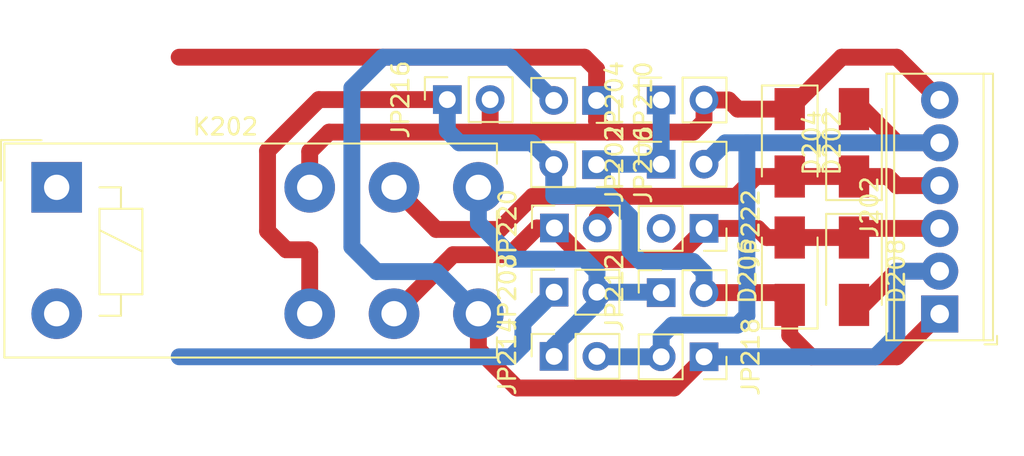
<source format=kicad_pcb>
(kicad_pcb (version 20211014) (generator pcbnew)
  (layers (0 "F.Cu" signal) (31 "B.Cu" signal) (34 "B.Paste" user) (35 "F.Paste" user) (36 "B.SilkS" user "B.Silkscreen") (37 "F.SilkS" user "F.Silkscreen") (38 "B.Mask" user) (39 "F.Mask" user) (44 "Edge.Cuts" user))
  (net 0 "")
  (net 1 "/2Relais1/K2nc1")
  (net 2 "/2Relais1/K2com1")
  (net 3 "/2Relais1/Conn2_5")
  (net 4 "/2Relais1/K2no2")
  (net 5 "/2Relais1/K1K2")
  (net 6 "/2Relais1/B")
  (net 7 "/2Relais1/A")
  (net 8 "/2Relais1/K2no1")
  (net 9 "/2Relais1/12V")
  (net 10 "/2Relais1/Relais2")
  (net 11 "/2Relais1/K2nc2")
  (net 12 "/2Relais1/K2com2")
  (footprint "Connector_PinSocket_2.54mm:PinSocket_1x02_P2.54mm_Vertical" (layer "F.Cu") (at 189.23 29.21 90)
    (fp_text reference "JP202" (at 0 -2.77 90) (layer "F.SilkS"))
    (fp_text value "Jumper_2_Open")
    (fp_line (start -1.33 1.27) (end -1.33 3.87) (layer "F.SilkS") (width 0.12))
    (fp_line (start 0 -1.33) (end 1.33 -1.33) (layer "F.SilkS") (width 0.12))
    (fp_line (start -1.33 1.27) (end 1.33 1.27) (layer "F.SilkS") (width 0.12))
    (fp_line (start -1.33 3.87) (end 1.33 3.87) (layer "F.SilkS") (width 0.12))
    (fp_line (start 1.33 1.27) (end 1.33 3.87) (layer "F.SilkS") (width 0.12))
    (fp_line (start 1.33 -1.33) (end 1.33 0) (layer "F.SilkS") (width 0.12))
    (pad "1" thru_hole rect (at 0 0 90) (size 1.7 1.7) (drill 1) (layers *.Cu *.Mask) (net 6 "/2Relais1/B"))
    (pad "2" thru_hole oval (at 0 2.54 90) (size 1.7 1.7) (drill 1) (layers *.Cu *.Mask) (net 3 "/2Relais1/Conn2_5"))
  )
  (footprint "Relay_THT:Relay_DPDT_Finder_40.52" (layer "F.Cu") (at 153.3925 30.5825)
    (fp_text reference "K202" (at 10 -3.6) (layer "F.SilkS"))
    (fp_text value "FINDER-40.52")
    (fp_line (start 26.1 8.9) (end 26.1 10.1) (layer "F.SilkS") (width 0.12))
    (fp_line (start 2.54 1.27) (end 3.81 1.27) (layer "F.SilkS") (width 0.12))
    (fp_line (start 5.08 6.35) (end 2.54 6.35) (layer "F.SilkS") (width 0.12))
    (fp_line (start 3.81 6.35) (end 3.81 7.62) (layer "F.SilkS") (width 0.12))
    (fp_line (start -3.3 -0.4) (end -3.3 -2.8) (layer "F.SilkS") (width 0.12))
    (fp_line (start 26.1 1.4) (end 26.1 6.1) (layer "F.SilkS") (width 0.12))
    (fp_line (start 26.1 10.1) (end -3.1 10.1) (layer "F.SilkS") (width 0.12))
    (fp_line (start 5.08 1.27) (end 5.08 6.35) (layer "F.SilkS") (width 0.12))
    (fp_line (start 2.54 2.54) (end 5.08 3.81) (layer "F.SilkS") (width 0.12))
    (fp_line (start -0.9 -2.8) (end -3.3 -2.8) (layer "F.SilkS") (width 0.12))
    (fp_line (start 3.81 0) (end 3.81 1.27) (layer "F.SilkS") (width 0.12))
    (fp_line (start 3.81 7.62) (end 2.54 7.62) (layer "F.SilkS") (width 0.12))
    (fp_line (start 2.54 6.35) (end 2.54 1.27) (layer "F.SilkS") (width 0.12))
    (fp_line (start 2.54 0) (end 3.81 0) (layer "F.SilkS") (width 0.12))
    (fp_line (start -3.1 -2.6) (end 26.1 -2.6) (layer "F.SilkS") (width 0.12))
    (fp_line (start 3.81 1.27) (end 5.08 1.27) (layer "F.SilkS") (width 0.12))
    (fp_line (start -3.1 10.1) (end -3.1 -2.6) (layer "F.SilkS") (width 0.12))
    (fp_line (start 26.1 -2.6) (end 26.1 -1.4) (layer "F.SilkS") (width 0.12))
    (pad "11" thru_hole circle (at 20 0) (size 3 3) (drill 1.5) (layers *.Cu *.Mask) (net 2 "/2Relais1/K2com1"))
    (pad "12" thru_hole circle (at 15 0) (size 3 3) (drill 1.5) (layers *.Cu *.Mask) (net 1 "/2Relais1/K2nc1"))
    (pad "14" thru_hole circle (at 25 0) (size 3 3) (drill 1.5) (layers *.Cu *.Mask) (net 8 "/2Relais1/K2no1"))
    (pad "21" thru_hole circle (at 20 7.5) (size 3 3) (drill 1.5) (layers *.Cu *.Mask) (net 12 "/2Relais1/K2com2"))
    (pad "22" thru_hole circle (at 15 7.5) (size 3 3) (drill 1.5) (layers *.Cu *.Mask) (net 11 "/2Relais1/K2nc2"))
    (pad "24" thru_hole circle (at 25 7.5) (size 3 3) (drill 1.5) (layers *.Cu *.Mask) (net 4 "/2Relais1/K2no2"))
    (pad "A1" thru_hole rect (at 0 0) (size 3 3) (drill 1.5) (layers *.Cu *.Mask) (net 9 "/2Relais1/12V"))
    (pad "A2" thru_hole circle (at 0 7.5) (size 3 3) (drill 1.5) (layers *.Cu *.Mask) (net 10 "/2Relais1/Relais2"))
  )
  (footprint "Connector_PinSocket_2.54mm:PinSocket_1x02_P2.54mm_Vertical" (layer "F.Cu") (at 182.88 40.615 90)
    (fp_text reference "JP214" (at 0 -2.77 90) (layer "F.SilkS"))
    (fp_text value "Jumper_2_Open")
    (fp_line (start -1.33 1.27) (end 1.33 1.27) (layer "F.SilkS") (width 0.12))
    (fp_line (start 0 -1.33) (end 1.33 -1.33) (layer "F.SilkS") (width 0.12))
    (fp_line (start 1.33 -1.33) (end 1.33 0) (layer "F.SilkS") (width 0.12))
    (fp_line (start 1.33 1.27) (end 1.33 3.87) (layer "F.SilkS") (width 0.12))
    (fp_line (start -1.33 1.27) (end -1.33 3.87) (layer "F.SilkS") (width 0.12))
    (fp_line (start -1.33 3.87) (end 1.33 3.87) (layer "F.SilkS") (width 0.12))
    (pad "1" thru_hole rect (at 0 0 90) (size 1.7 1.7) (drill 1) (layers *.Cu *.Mask) (net 8 "/2Relais1/K2no1"))
    (pad "2" thru_hole oval (at 0 2.54 90) (size 1.7 1.7) (drill 1) (layers *.Cu *.Mask) (net 3 "/2Relais1/Conn2_5"))
  )
  (footprint "Connector_PinSocket_2.54mm:PinSocket_1x02_P2.54mm_Vertical" (layer "F.Cu") (at 185.4 25.425 -90)
    (fp_text reference "JP210" (at 0 -2.77 90) (layer "F.SilkS"))
    (fp_text value "Jumper_2_Open")
    (fp_line (start -1.33 1.27) (end -1.33 3.87) (layer "F.SilkS") (width 0.12))
    (fp_line (start 1.33 1.27) (end 1.33 3.87) (layer "F.SilkS") (width 0.12))
    (fp_line (start -1.33 3.87) (end 1.33 3.87) (layer "F.SilkS") (width 0.12))
    (fp_line (start 0 -1.33) (end 1.33 -1.33) (layer "F.SilkS") (width 0.12))
    (fp_line (start -1.33 1.27) (end 1.33 1.27) (layer "F.SilkS") (width 0.12))
    (fp_line (start 1.33 -1.33) (end 1.33 0) (layer "F.SilkS") (width 0.12))
    (pad "1" thru_hole rect (at 0 0 270) (size 1.7 1.7) (drill 1) (layers *.Cu *.Mask) (net 1 "/2Relais1/K2nc1"))
    (pad "2" thru_hole oval (at 0 2.54 270) (size 1.7 1.7) (drill 1) (layers *.Cu *.Mask) (net 4 "/2Relais1/K2no2"))
  )
  (footprint "Diode_SMD:D_SMA" (layer "F.Cu") (at 200.66 35.56 -90)
    (fp_text reference "D208" (at 0 -2.5 90) (layer "F.SilkS"))
    (fp_text value "B150-E3")
    (fp_line (start -3.4 -1.65) (end 2 -1.65) (layer "F.SilkS") (width 0.12))
    (fp_line (start -3.4 -1.65) (end -3.4 1.65) (layer "F.SilkS") (width 0.12))
    (fp_line (start -3.4 1.65) (end 2 1.65) (layer "F.SilkS") (width 0.12))
    (pad "1" smd rect (at -2 0 270) (size 2.5 1.8) (layers "F.Cu" "F.Paste" "F.Mask") (net 12 "/2Relais1/K2com2"))
    (pad "2" smd rect (at 2 0 270) (size 2.5 1.8) (layers "F.Cu" "F.Paste" "F.Mask") (net 4 "/2Relais1/K2no2"))
  )
  (footprint "Connector_PinSocket_2.54mm:PinSocket_1x02_P2.54mm_Vertical" (layer "F.Cu") (at 191.77 40.64 -90)
    (fp_text reference "JP218" (at 0 -2.77 90) (layer "F.SilkS"))
    (fp_text value "Jumper_2_Open")
    (fp_line (start -1.33 1.27) (end -1.33 3.87) (layer "F.SilkS") (width 0.12))
    (fp_line (start 1.33 -1.33) (end 1.33 0) (layer "F.SilkS") (width 0.12))
    (fp_line (start 0 -1.33) (end 1.33 -1.33) (layer "F.SilkS") (width 0.12))
    (fp_line (start -1.33 3.87) (end 1.33 3.87) (layer "F.SilkS") (width 0.12))
    (fp_line (start 1.33 1.27) (end 1.33 3.87) (layer "F.SilkS") (width 0.12))
    (fp_line (start -1.33 1.27) (end 1.33 1.27) (layer "F.SilkS") (width 0.12))
    (pad "1" thru_hole rect (at 0 0 270) (size 1.7 1.7) (drill 1) (layers *.Cu *.Mask) (net 4 "/2Relais1/K2no2"))
    (pad "2" thru_hole oval (at 0 2.54 270) (size 1.7 1.7) (drill 1) (layers *.Cu *.Mask) (net 3 "/2Relais1/Conn2_5"))
  )
  (footprint "Diode_SMD:D_SMA" (layer "F.Cu") (at 196.85 35.56 90)
    (fp_text reference "D206" (at 0 -2.5 90) (layer "F.SilkS"))
    (fp_text value "B150-E3")
    (fp_line (start -3.4 1.65) (end 2 1.65) (layer "F.SilkS") (width 0.12))
    (fp_line (start -3.4 -1.65) (end -3.4 1.65) (layer "F.SilkS") (width 0.12))
    (fp_line (start -3.4 -1.65) (end 2 -1.65) (layer "F.SilkS") (width 0.12))
    (pad "1" smd rect (at -2 0 90) (size 2.5 1.8) (layers "F.Cu" "F.Paste" "F.Mask") (net 11 "/2Relais1/K2nc2"))
    (pad "2" smd rect (at 2 0 90) (size 2.5 1.8) (layers "F.Cu" "F.Paste" "F.Mask") (net 12 "/2Relais1/K2com2"))
  )
  (footprint "Connector_PinSocket_2.54mm:PinSocket_1x02_P2.54mm_Vertical" (layer "F.Cu") (at 191.77 33.02 -90)
    (fp_text reference "JP222" (at 0 -2.77 90) (layer "F.SilkS"))
    (fp_text value "Jumper_2_Open")
    (fp_line (start -1.33 1.27) (end 1.33 1.27) (layer "F.SilkS") (width 0.12))
    (fp_line (start 1.33 1.27) (end 1.33 3.87) (layer "F.SilkS") (width 0.12))
    (fp_line (start 1.33 -1.33) (end 1.33 0) (layer "F.SilkS") (width 0.12))
    (fp_line (start 0 -1.33) (end 1.33 -1.33) (layer "F.SilkS") (width 0.12))
    (fp_line (start -1.33 3.87) (end 1.33 3.87) (layer "F.SilkS") (width 0.12))
    (fp_line (start -1.33 1.27) (end -1.33 3.87) (layer "F.SilkS") (width 0.12))
    (pad "1" thru_hole rect (at 0 0 270) (size 1.7 1.7) (drill 1) (layers *.Cu *.Mask) (net 12 "/2Relais1/K2com2"))
    (pad "2" thru_hole oval (at 0 2.54 270) (size 1.7 1.7) (drill 1) (layers *.Cu *.Mask) (net 5 "/2Relais1/K1K2"))
  )
  (footprint "Connector_PinSocket_2.54mm:PinSocket_1x02_P2.54mm_Vertical" (layer "F.Cu") (at 189.23 25.4 90)
    (fp_text reference "JP204" (at 0 -2.77 90) (layer "F.SilkS"))
    (fp_text value "Jumper_2_Open")
    (fp_line (start -1.33 1.27) (end -1.33 3.87) (layer "F.SilkS") (width 0.12))
    (fp_line (start 1.33 1.27) (end 1.33 3.87) (layer "F.SilkS") (width 0.12))
    (fp_line (start -1.33 1.27) (end 1.33 1.27) (layer "F.SilkS") (width 0.12))
    (fp_line (start 0 -1.33) (end 1.33 -1.33) (layer "F.SilkS") (width 0.12))
    (fp_line (start -1.33 3.87) (end 1.33 3.87) (layer "F.SilkS") (width 0.12))
    (fp_line (start 1.33 -1.33) (end 1.33 0) (layer "F.SilkS") (width 0.12))
    (pad "1" thru_hole rect (at 0 0 90) (size 1.7 1.7) (drill 1) (layers *.Cu *.Mask) (net 6 "/2Relais1/B"))
    (pad "2" thru_hole oval (at 0 2.54 90) (size 1.7 1.7) (drill 1) (layers *.Cu *.Mask) (net 1 "/2Relais1/K2nc1"))
  )
  (footprint "Connector_PinSocket_2.54mm:PinSocket_1x02_P2.54mm_Vertical" (layer "F.Cu") (at 176.55 25.375 90)
    (fp_text reference "JP216" (at 0 -2.77 90) (layer "F.SilkS"))
    (fp_text value "Jumper_2_Open")
    (fp_line (start -1.33 1.27) (end 1.33 1.27) (layer "F.SilkS") (width 0.12))
    (fp_line (start 0 -1.33) (end 1.33 -1.33) (layer "F.SilkS") (width 0.12))
    (fp_line (start 1.33 1.27) (end 1.33 3.87) (layer "F.SilkS") (width 0.12))
    (fp_line (start -1.33 3.87) (end 1.33 3.87) (layer "F.SilkS") (width 0.12))
    (fp_line (start -1.33 1.27) (end -1.33 3.87) (layer "F.SilkS") (width 0.12))
    (fp_line (start 1.33 -1.33) (end 1.33 0) (layer "F.SilkS") (width 0.12))
    (pad "1" thru_hole rect (at 0 0 90) (size 1.7 1.7) (drill 1) (layers *.Cu *.Mask) (net 11 "/2Relais1/K2nc2"))
    (pad "2" thru_hole oval (at 0 2.54 90) (size 1.7 1.7) (drill 1) (layers *.Cu *.Mask) (net 1 "/2Relais1/K2nc1"))
  )
  (footprint "Connector_PinSocket_2.54mm:PinSocket_1x02_P2.54mm_Vertical" (layer "F.Cu") (at 182.9 32.995 90)
    (fp_text reference "JP220" (at 0 -2.77 90) (layer "F.SilkS"))
    (fp_text value "Jumper_2_Open")
    (fp_line (start -1.33 1.27) (end 1.33 1.27) (layer "F.SilkS") (width 0.12))
    (fp_line (start 0 -1.33) (end 1.33 -1.33) (layer "F.SilkS") (width 0.12))
    (fp_line (start -1.33 1.27) (end -1.33 3.87) (layer "F.SilkS") (width 0.12))
    (fp_line (start -1.33 3.87) (end 1.33 3.87) (layer "F.SilkS") (width 0.12))
    (fp_line (start 1.33 1.27) (end 1.33 3.87) (layer "F.SilkS") (width 0.12))
    (fp_line (start 1.33 -1.33) (end 1.33 0) (layer "F.SilkS") (width 0.12))
    (pad "1" thru_hole rect (at 0 0 90) (size 1.7 1.7) (drill 1) (layers *.Cu *.Mask) (net 12 "/2Relais1/K2com2"))
    (pad "2" thru_hole oval (at 0 2.54 90) (size 1.7 1.7) (drill 1) (layers *.Cu *.Mask) (net 2 "/2Relais1/K2com1"))
  )
  (footprint "Diode_SMD:D_SMA" (layer "F.Cu") (at 196.85 27.94 -90)
    (fp_text reference "D202" (at 0 -2.5 90) (layer "F.SilkS"))
    (fp_text value "B150-E3")
    (fp_line (start -3.4 -1.65) (end 2 -1.65) (layer "F.SilkS") (width 0.12))
    (fp_line (start -3.4 1.65) (end 2 1.65) (layer "F.SilkS") (width 0.12))
    (fp_line (start -3.4 -1.65) (end -3.4 1.65) (layer "F.SilkS") (width 0.12))
    (pad "1" smd rect (at -2 0 270) (size 2.5 1.8) (layers "F.Cu" "F.Paste" "F.Mask") (net 1 "/2Relais1/K2nc1"))
    (pad "2" smd rect (at 2 0 270) (size 2.5 1.8) (layers "F.Cu" "F.Paste" "F.Mask") (net 2 "/2Relais1/K2com1"))
  )
  (footprint "TerminalBlock_Phoenix:TerminalBlock_Phoenix_MPT-0,5-6-2.54_1x06_P2.54mm_Horizontal" (layer "F.Cu") (at 205.74 38.1 90)
    (fp_text reference "J202" (at 6.35 -4.16 90) (layer "F.SilkS"))
    (fp_text value "Conn_01x06")
    (fp_line (start -1.56 3.16) (end 14.26 3.16) (layer "F.SilkS") (width 0.12))
    (fp_line (start 14.26 -3.16) (end 14.26 3.16) (layer "F.SilkS") (width 0.12))
    (fp_line (start -1.8 2.66) (end -1.8 3.4) (layer "F.SilkS") (width 0.12))
    (fp_line (start -1.56 -2.7) (end 14.26 -2.7) (layer "F.SilkS") (width 0.12))
    (fp_line (start -1.56 2.6) (end 14.26 2.6) (layer "F.SilkS") (width 0.12))
    (fp_line (start -1.56 -3.16) (end -1.56 3.16) (layer "F.SilkS") (width 0.12))
    (fp_line (start -1.8 3.4) (end -1.3 3.4) (layer "F.SilkS") (width 0.12))
    (fp_line (start -1.56 -3.16) (end 14.26 -3.16) (layer "F.SilkS") (width 0.12))
    (pad "1" thru_hole rect (at 0 0 90) (size 2.2 2.2) (drill 1.1) (layers *.Cu *.Mask) (net 11 "/2Relais1/K2nc2"))
    (pad "2" thru_hole circle (at 2.54 0 90) (size 2.2 2.2) (drill 1.1) (layers *.Cu *.Mask) (net 4 "/2Relais1/K2no2"))
    (pad "3" thru_hole circle (at 5.08 0 90) (size 2.2 2.2) (drill 1.1) (layers *.Cu *.Mask) (net 12 "/2Relais1/K2com2"))
    (pad "4" thru_hole circle (at 7.62 0 90) (size 2.2 2.2) (drill 1.1) (layers *.Cu *.Mask) (net 2 "/2Relais1/K2com1"))
    (pad "5" thru_hole circle (at 10.16 0 90) (size 2.2 2.2) (drill 1.1) (layers *.Cu *.Mask) (net 3 "/2Relais1/Conn2_5"))
    (pad "6" thru_hole circle (at 12.7 0 90) (size 2.2 2.2) (drill 1.1) (layers *.Cu *.Mask) (net 1 "/2Relais1/K2nc1"))
  )
  (footprint "Diode_SMD:D_SMA" (layer "F.Cu") (at 200.66 27.94 90)
    (fp_text reference "D204" (at 0 -2.5 90) (layer "F.SilkS"))
    (fp_text value "B150-E3")
    (fp_line (start -3.4 1.65) (end 2 1.65) (layer "F.SilkS") (width 0.12))
    (fp_line (start -3.4 -1.65) (end -3.4 1.65) (layer "F.SilkS") (width 0.12))
    (fp_line (start -3.4 -1.65) (end 2 -1.65) (layer "F.SilkS") (width 0.12))
    (pad "1" smd rect (at -2 0 90) (size 2.5 1.8) (layers "F.Cu" "F.Paste" "F.Mask") (net 2 "/2Relais1/K2com1"))
    (pad "2" smd rect (at 2 0 90) (size 2.5 1.8) (layers "F.Cu" "F.Paste" "F.Mask") (net 3 "/2Relais1/Conn2_5"))
  )
  (footprint "Connector_PinSocket_2.54mm:PinSocket_1x02_P2.54mm_Vertical" (layer "F.Cu") (at 185.4 29.235 -90)
    (fp_text reference "JP206" (at 0 -2.77 90) (layer "F.SilkS"))
    (fp_text value "Jumper_2_Open")
    (fp_line (start 1.33 -1.33) (end 1.33 0) (layer "F.SilkS") (width 0.12))
    (fp_line (start 1.33 1.27) (end 1.33 3.87) (layer "F.SilkS") (width 0.12))
    (fp_line (start -1.33 3.87) (end 1.33 3.87) (layer "F.SilkS") (width 0.12))
    (fp_line (start 0 -1.33) (end 1.33 -1.33) (layer "F.SilkS") (width 0.12))
    (fp_line (start -1.33 1.27) (end 1.33 1.27) (layer "F.SilkS") (width 0.12))
    (fp_line (start -1.33 1.27) (end -1.33 3.87) (layer "F.SilkS") (width 0.12))
    (pad "1" thru_hole rect (at 0 0 270) (size 1.7 1.7) (drill 1) (layers *.Cu *.Mask) (net 6 "/2Relais1/B"))
    (pad "2" thru_hole oval (at 0 2.54 270) (size 1.7 1.7) (drill 1) (layers *.Cu *.Mask) (net 11 "/2Relais1/K2nc2"))
  )
  (footprint "Connector_PinSocket_2.54mm:PinSocket_1x02_P2.54mm_Vertical" (layer "F.Cu") (at 182.88 36.805 90)
    (fp_text reference "JP208" (at 0 -2.77 90) (layer "F.SilkS"))
    (fp_text value "Jumper_2_Open")
    (fp_line (start -1.33 1.27) (end 1.33 1.27) (layer "F.SilkS") (width 0.12))
    (fp_line (start 1.33 1.27) (end 1.33 3.87) (layer "F.SilkS") (width 0.12))
    (fp_line (start 0 -1.33) (end 1.33 -1.33) (layer "F.SilkS") (width 0.12))
    (fp_line (start -1.33 1.27) (end -1.33 3.87) (layer "F.SilkS") (width 0.12))
    (fp_line (start -1.33 3.87) (end 1.33 3.87) (layer "F.SilkS") (width 0.12))
    (fp_line (start 1.33 -1.33) (end 1.33 0) (layer "F.SilkS") (width 0.12))
    (pad "1" thru_hole rect (at 0 0 90) (size 1.7 1.7) (drill 1) (layers *.Cu *.Mask) (net 7 "/2Relais1/A"))
    (pad "2" thru_hole oval (at 0 2.54 90) (size 1.7 1.7) (drill 1) (layers *.Cu *.Mask) (net 8 "/2Relais1/K2no1"))
  )
  (footprint "Connector_PinSocket_2.54mm:PinSocket_1x02_P2.54mm_Vertical" (layer "F.Cu") (at 189.23 36.83 90)
    (fp_text reference "JP212" (at 0 -2.77 90) (layer "F.SilkS"))
    (fp_text value "Jumper_2_Open")
    (fp_line (start 0 -1.33) (end 1.33 -1.33) (layer "F.SilkS") (width 0.12))
    (fp_line (start 1.33 -1.33) (end 1.33 0) (layer "F.SilkS") (width 0.12))
    (fp_line (start -1.33 1.27) (end 1.33 1.27) (layer "F.SilkS") (width 0.12))
    (fp_line (start -1.33 1.27) (end -1.33 3.87) (layer "F.SilkS") (width 0.12))
    (fp_line (start 1.33 1.27) (end 1.33 3.87) (layer "F.SilkS") (width 0.12))
    (fp_line (start -1.33 3.87) (end 1.33 3.87) (layer "F.SilkS") (width 0.12))
    (pad "1" thru_hole rect (at 0 0 90) (size 1.7 1.7) (drill 1) (layers *.Cu *.Mask) (net 8 "/2Relais1/K2no1"))
    (pad "2" thru_hole oval (at 0 2.54 90) (size 1.7 1.7) (drill 1) (layers *.Cu *.Mask) (net 11 "/2Relais1/K2nc2"))
  )
  (segment (start 168.3925 28.4575) (end 169.545 27.305) (width 1) (layer "F.Cu") (net 1))
  (segment (start 205.74 25.4) (end 203.2 22.86) (width 1) (layer "F.Cu") (net 1))
  (segment (start 185.4 23.575) (end 184.685 22.86) (width 1) (layer "F.Cu") (net 1))
  (segment (start 186.055 27.305) (end 185.4 26.65) (width 1) (layer "F.Cu") (net 1))
  (segment (start 179.07 27.305) (end 186.055 27.305) (width 1) (layer "F.Cu") (net 1))
  (segment (start 199.93 22.86) (end 196.85 25.94) (width 1) (layer "F.Cu") (net 1))
  (segment (start 191.77 26.67) (end 191.135 27.305) (width 1) (layer "F.Cu") (net 1))
  (segment (start 169.545 27.305) (end 179.07 27.305) (width 1) (layer "F.Cu") (net 1))
  (segment (start 191.77 25.4) (end 191.77 26.67) (width 1) (layer "F.Cu") (net 1))
  (segment (start 191.135 27.305) (end 186.055 27.305) (width 1) (layer "F.Cu") (net 1))
  (segment (start 184.685 22.86) (end 160.655 22.86) (width 1) (layer "F.Cu") (net 1))
  (segment (start 196.85 25.94) (end 193.77 25.94) (width 1) (layer "F.Cu") (net 1))
  (segment (start 179.07 27.305) (end 179.09 27.285) (width 1) (layer "F.Cu") (net 1))
  (segment (start 203.2 22.86) (end 199.93 22.86) (width 1) (layer "F.Cu") (net 1))
  (segment (start 185.4 26.65) (end 185.4 25.425) (width 1) (layer "F.Cu") (net 1))
  (segment (start 193.23 25.4) (end 193.77 25.94) (width 1) (layer "F.Cu") (net 1))
  (segment (start 168.3925 30.5825) (end 168.3925 28.4575) (width 1) (layer "F.Cu") (net 1))
  (segment (start 191.77 25.4) (end 193.23 25.4) (width 1) (layer "F.Cu") (net 1))
  (segment (start 185.4 25.425) (end 185.4 23.575) (width 1) (layer "F.Cu") (net 1))
  (segment (start 179.09 25.375) (end 179.09 27.285) (width 1) (layer "F.Cu") (net 1))
  (segment (start 194.85 29.94) (end 193.675 31.115) (width 1) (layer "F.Cu") (net 2))
  (segment (start 185.44 32.365) (end 185.44 32.995) (width 1) (layer "F.Cu") (net 2))
  (segment (start 181.61 31.115) (end 186.69 31.115) (width 1) (layer "F.Cu") (net 2))
  (segment (start 186.69 31.115) (end 185.44 32.365) (width 1) (layer "F.Cu") (net 2))
  (segment (start 175.892011 33.082011) (end 179.642989 33.082011) (width 1) (layer "F.Cu") (net 2))
  (segment (start 200.66 29.94) (end 196.85 29.94) (width 1) (layer "F.Cu") (net 2))
  (segment (start 179.642989 33.082011) (end 181.61 31.115) (width 1) (layer "F.Cu") (net 2))
  (segment (start 202.66 29.94) (end 203.2 30.48) (width 1) (layer "F.Cu") (net 2))
  (segment (start 196.85 29.94) (end 194.85 29.94) (width 1) (layer "F.Cu") (net 2))
  (segment (start 202.66 29.94) (end 200.66 29.94) (width 1) (layer "F.Cu") (net 2))
  (segment (start 173.3925 30.5825) (end 175.892011 33.082011) (width 1) (layer "F.Cu") (net 2))
  (segment (start 193.675 31.115) (end 186.69 31.115) (width 1) (layer "F.Cu") (net 2))
  (segment (start 203.2 30.48) (end 205.74 30.48) (width 1) (layer "F.Cu") (net 2))
  (segment (start 200.66 25.94) (end 201.2 25.94) (width 1) (layer "F.Cu") (net 3))
  (segment (start 201.2 25.94) (end 203.2 27.94) (width 1) (layer "F.Cu") (net 3))
  (segment (start 203.2 27.94) (end 205.74 27.94) (width 1) (layer "F.Cu") (net 3))
  (segment (start 189.23 40.64) (end 185.445 40.64) (width 1) (layer "B.Cu") (net 3))
  (segment (start 189.888611 38.758432) (end 193.746187 38.758432) (width 1) (layer "B.Cu") (net 3))
  (segment (start 189.23 40.64) (end 189.23 39.417043) (width 1) (layer "B.Cu") (net 3))
  (segment (start 205.74 27.94) (end 194.31 27.94) (width 1) (layer "B.Cu") (net 3))
  (segment (start 189.23 39.417043) (end 189.888611 38.758432) (width 1) (layer "B.Cu") (net 3))
  (segment (start 193.04 27.94) (end 191.77 29.21) (width 1) (layer "B.Cu") (net 3))
  (segment (start 194.31 27.94) (end 193.04 27.94) (width 1) (layer "B.Cu") (net 3))
  (segment (start 185.445 40.64) (end 185.42 40.615) (width 1) (layer "B.Cu") (net 3))
  (segment (start 194.31 38.194619) (end 194.31 27.94) (width 1) (layer "B.Cu") (net 3))
  (segment (start 193.746187 38.758432) (end 194.31 38.194619) (width 1) (layer "B.Cu") (net 3))
  (segment (start 189.996094 42.489511) (end 191.77 40.715605) (width 1) (layer "F.Cu") (net 4))
  (segment (start 178.3925 38.0825) (end 178.3925 40.20382) (width 1) (layer "F.Cu") (net 4))
  (segment (start 201.2 37.56) (end 203.2 35.56) (width 1) (layer "F.Cu") (net 4))
  (segment (start 200.66 37.56) (end 201.2 37.56) (width 1) (layer "F.Cu") (net 4))
  (segment (start 203.2 35.56) (end 205.74 35.56) (width 1) (layer "F.Cu") (net 4))
  (segment (start 178.3925 40.20382) (end 180.678191 42.489511) (width 1) (layer "F.Cu") (net 4))
  (segment (start 191.77 40.715605) (end 191.77 40.64) (width 1) (layer "F.Cu") (net 4))
  (segment (start 180.678191 42.489511) (end 189.996094 42.489511) (width 1) (layer "F.Cu") (net 4))
  (segment (start 175.892989 35.582989) (end 178.3925 38.0825) (width 1) (layer "B.Cu") (net 4))
  (segment (start 203.2 35.56) (end 203.2 39.37) (width 1) (layer "B.Cu") (net 4))
  (segment (start 201.93 40.64) (end 191.77 40.64) (width 1) (layer "B.Cu") (net 4))
  (segment (start 172.72 22.86) (end 170.892011 24.687989) (width 1) (layer "B.Cu") (net 4))
  (segment (start 172.357168 35.582989) (end 175.892989 35.582989) (width 1) (layer "B.Cu") (net 4))
  (segment (start 182.86 25.425) (end 180.295 22.86) (width 1) (layer "B.Cu") (net 4))
  (segment (start 170.892011 34.117832) (end 172.357168 35.582989) (width 1) (layer "B.Cu") (net 4))
  (segment (start 205.74 35.56) (end 203.2 35.56) (width 1) (layer "B.Cu") (net 4))
  (segment (start 203.2 39.37) (end 201.93 40.64) (width 1) (layer "B.Cu") (net 4))
  (segment (start 170.892011 24.687989) (end 170.892011 34.117832) (width 1) (layer "B.Cu") (net 4))
  (segment (start 180.295 22.86) (end 172.72 22.86) (width 1) (layer "B.Cu") (net 4))
  (segment (start 189.23 29.21) (end 189.23 25.4) (width 1) (layer "B.Cu") (net 6))
  (segment (start 185.425 29.21) (end 185.4 29.235) (width 1) (layer "B.Cu") (net 6))
  (segment (start 189.23 29.21) (end 185.425 29.21) (width 1) (layer "B.Cu") (net 6))
  (segment (start 181.030489 39.949511) (end 180.34 40.64) (width 1) (layer "B.Cu") (net 7))
  (segment (start 180.34 40.64) (end 160.655 40.64) (width 1) (layer "B.Cu") (net 7))
  (segment (start 181.030489 38.654511) (end 181.030489 39.949511) (width 1) (layer "B.Cu") (net 7))
  (segment (start 182.88 36.805) (end 181.030489 38.654511) (width 1) (layer "B.Cu") (net 7))
  (segment (start 189.205 36.805) (end 189.23 36.83) (width 1) (layer "B.Cu") (net 8))
  (segment (start 185.42 36.805) (end 185.42 35.602919) (width 1) (layer "B.Cu") (net 8))
  (segment (start 182.88 40.005) (end 185.42 37.465) (width 1) (layer "B.Cu") (net 8))
  (segment (start 185.42 35.602919) (end 184.661592 34.844511) (width 1) (layer "B.Cu") (net 8))
  (segment (start 180.533191 34.844511) (end 178.3925 32.70382) (width 1) (layer "B.Cu") (net 8))
  (segment (start 185.42 37.465) (end 185.42 36.805) (width 1) (layer "B.Cu") (net 8))
  (segment (start 182.88 40.615) (end 182.88 40.005) (width 1) (layer "B.Cu") (net 8))
  (segment (start 185.42 36.805) (end 189.205 36.805) (width 1) (layer "B.Cu") (net 8))
  (segment (start 178.3925 32.70382) (end 178.3925 30.5825) (width 1) (layer "B.Cu") (net 8))
  (segment (start 184.661592 34.844511) (end 180.533191 34.844511) (width 1) (layer "B.Cu") (net 8))
  (segment (start 198.12 40.64) (end 203.2 40.64) (width 1) (layer "F.Cu") (net 11))
  (segment (start 176.55 25.375) (end 168.935 25.375) (width 1) (layer "F.Cu") (net 11))
  (segment (start 165.892989 28.417011) (end 165.892989 33.177989) (width 1) (layer "F.Cu") (net 11))
  (segment (start 196.85 39.37) (end 198.12 40.64) (width 1) (layer "F.Cu") (net 11))
  (segment (start 203.2 40.64) (end 205.74 38.1) (width 1) (layer "F.Cu") (net 11))
  (segment (start 168.935 25.375) (end 165.892989 28.417011) (width 1) (layer "F.Cu") (net 11))
  (segment (start 165.892989 33.177989) (end 167.005 34.29) (width 1) (layer "F.Cu") (net 11))
  (segment (start 196.85 37.56) (end 196.85 39.37) (width 1) (layer "F.Cu") (net 11))
  (segment (start 168.275 34.29) (end 168.3925 34.4075) (width 1) (layer "F.Cu") (net 11))
  (segment (start 196.85 37.56) (end 196.12 36.83) (width 1) (layer "F.Cu") (net 11))
  (segment (start 168.3925 34.4075) (end 168.3925 38.0825) (width 1) (layer "F.Cu") (net 11))
  (segment (start 196.12 36.83) (end 191.77 36.83) (width 1) (layer "F.Cu") (net 11))
  (segment (start 167.005 34.29) (end 168.275 34.29) (width 1) (layer "F.Cu") (net 11))
  (segment (start 177.265 27.94) (end 181.565 27.94) (width 1) (layer "B.Cu") (net 11))
  (segment (start 181.565 27.94) (end 182.86 29.235) (width 1) (layer "B.Cu") (net 11))
  (segment (start 182.86 31.095) (end 186.155605 31.095) (width 1) (layer "B.Cu") (net 11))
  (segment (start 188.015489 34.980489) (end 191.12257 34.980489) (width 1) (layer "B.Cu") (net 11))
  (segment (start 176.55 25.375) (end 176.55 27.225) (width 1) (layer "B.Cu") (net 11))
  (segment (start 187.380489 32.319884) (end 187.380489 34.345489) (width 1) (layer "B.Cu") (net 11))
  (segment (start 176.55 27.225) (end 177.265 27.94) (width 1) (layer "B.Cu") (net 11))
  (segment (start 186.155605 31.095) (end 187.380489 32.319884) (width 1) (layer "B.Cu") (net 11))
  (segment (start 182.86 29.235) (end 182.86 31.095) (width 1) (layer "B.Cu") (net 11))
  (segment (start 187.380489 34.345489) (end 188.015489 34.980489) (width 1) (layer "B.Cu") (net 11))
  (segment (start 191.12257 34.980489) (end 191.77 35.627919) (width 1) (layer "B.Cu") (net 11))
  (segment (start 191.77 35.627919) (end 191.77 36.83) (width 1) (layer "B.Cu") (net 11))
  (segment (start 184.698906 34.869511) (end 189.996094 34.869511) (width 1) (layer "F.Cu") (net 12))
  (segment (start 194.945 33.02) (end 195.485 33.56) (width 1) (layer "F.Cu") (net 12))
  (segment (start 176.893478 34.581522) (end 173.3925 38.0825) (width 1) (layer "F.Cu") (net 12))
  (segment (start 180.264106 34.581522) (end 176.893478 34.581522) (width 1) (layer "F.Cu") (net 12))
  (segment (start 182.9 33.070605) (end 184.698906 34.869511) (width 1) (layer "F.Cu") (net 12))
  (segment (start 205.74 33.02) (end 201.2 33.02) (width 1) (layer "F.Cu") (net 12))
  (segment (start 191.77 33.02) (end 194.945 33.02) (width 1) (layer "F.Cu") (net 12))
  (segment (start 191.77 33.095605) (end 191.77 33.02) (width 1) (layer "F.Cu") (net 12))
  (segment (start 189.996094 34.869511) (end 191.77 33.095605) (width 1) (layer "F.Cu") (net 12))
  (segment (start 181.850628 32.995) (end 180.264106 34.581522) (width 1) (layer "F.Cu") (net 12))
  (segment (start 182.9 32.995) (end 181.850628 32.995) (width 1) (layer "F.Cu") (net 12))
  (segment (start 201.2 33.02) (end 200.66 33.56) (width 1) (layer "F.Cu") (net 12))
  (segment (start 195.485 33.56) (end 196.85 33.56) (width 1) (layer "F.Cu") (net 12))
  (segment (start 200.66 33.56) (end 196.85 33.56) (width 1) (layer "F.Cu") (net 12))
  (segment (start 182.9 32.995) (end 182.9 33.070605) (width 1) (layer "F.Cu") (net 12))
)
</source>
